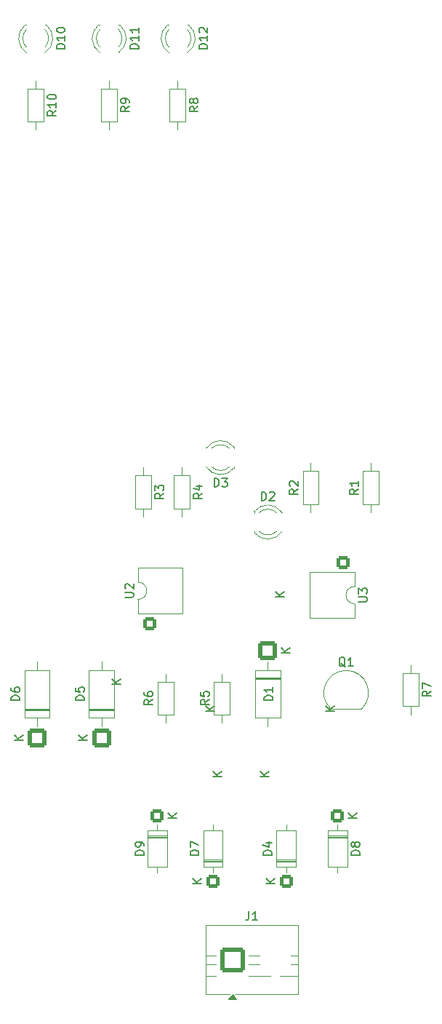
<source format=gto>
G04 #@! TF.GenerationSoftware,KiCad,Pcbnew,9.0.5*
G04 #@! TF.CreationDate,2025-11-23T21:58:28+00:00*
G04 #@! TF.ProjectId,OpenThermShield,4f70656e-5468-4657-926d-536869656c64,rev?*
G04 #@! TF.SameCoordinates,Original*
G04 #@! TF.FileFunction,Legend,Top*
G04 #@! TF.FilePolarity,Positive*
%FSLAX46Y46*%
G04 Gerber Fmt 4.6, Leading zero omitted, Abs format (unit mm)*
G04 Created by KiCad (PCBNEW 9.0.5) date 2025-11-23 21:58:28*
%MOMM*%
%LPD*%
G01*
G04 APERTURE LIST*
G04 Aperture macros list*
%AMRoundRect*
0 Rectangle with rounded corners*
0 $1 Rounding radius*
0 $2 $3 $4 $5 $6 $7 $8 $9 X,Y pos of 4 corners*
0 Add a 4 corners polygon primitive as box body*
4,1,4,$2,$3,$4,$5,$6,$7,$8,$9,$2,$3,0*
0 Add four circle primitives for the rounded corners*
1,1,$1+$1,$2,$3*
1,1,$1+$1,$4,$5*
1,1,$1+$1,$6,$7*
1,1,$1+$1,$8,$9*
0 Add four rect primitives between the rounded corners*
20,1,$1+$1,$2,$3,$4,$5,0*
20,1,$1+$1,$4,$5,$6,$7,0*
20,1,$1+$1,$6,$7,$8,$9,0*
20,1,$1+$1,$8,$9,$2,$3,0*%
G04 Aperture macros list end*
%ADD10C,0.150000*%
%ADD11C,0.120000*%
%ADD12R,1.800000X1.800000*%
%ADD13C,1.800000*%
%ADD14C,1.400000*%
%ADD15RoundRect,0.250000X-0.550000X0.550000X-0.550000X-0.550000X0.550000X-0.550000X0.550000X0.550000X0*%
%ADD16C,1.600000*%
%ADD17RoundRect,0.249999X0.850001X-0.850001X0.850001X0.850001X-0.850001X0.850001X-0.850001X-0.850001X0*%
%ADD18C,2.200000*%
%ADD19RoundRect,0.250000X0.550000X-0.550000X0.550000X0.550000X-0.550000X0.550000X-0.550000X-0.550000X0*%
%ADD20RoundRect,0.249999X-0.850001X0.850001X-0.850001X-0.850001X0.850001X-0.850001X0.850001X0.850001X0*%
%ADD21R,1.050000X1.500000*%
%ADD22O,1.050000X1.500000*%
%ADD23RoundRect,0.250001X-1.149999X-1.149999X1.149999X-1.149999X1.149999X1.149999X-1.149999X1.149999X0*%
%ADD24C,2.800000*%
%ADD25R,2.000000X2.000000*%
%ADD26O,1.600000X2.000000*%
G04 APERTURE END LIST*
D10*
X116654819Y-134071904D02*
X115654819Y-134071904D01*
X116654819Y-133500476D02*
X116083390Y-133929047D01*
X115654819Y-133500476D02*
X116226247Y-134071904D01*
X122154819Y-134071904D02*
X121154819Y-134071904D01*
X122154819Y-133500476D02*
X121583390Y-133929047D01*
X121154819Y-133500476D02*
X121726247Y-134071904D01*
X104854819Y-123341904D02*
X103854819Y-123341904D01*
X104854819Y-122770476D02*
X104283390Y-123199047D01*
X103854819Y-122770476D02*
X104426247Y-123341904D01*
X115754819Y-126451904D02*
X114754819Y-126451904D01*
X115754819Y-125880476D02*
X115183390Y-126309047D01*
X114754819Y-125880476D02*
X115326247Y-126451904D01*
X129754819Y-126451904D02*
X128754819Y-126451904D01*
X129754819Y-125880476D02*
X129183390Y-126309047D01*
X128754819Y-125880476D02*
X129326247Y-126451904D01*
X123924819Y-113181904D02*
X122924819Y-113181904D01*
X123924819Y-112610476D02*
X123353390Y-113039047D01*
X122924819Y-112610476D02*
X123496247Y-113181904D01*
X114974819Y-49444285D02*
X113974819Y-49444285D01*
X113974819Y-49444285D02*
X113974819Y-49206190D01*
X113974819Y-49206190D02*
X114022438Y-49063333D01*
X114022438Y-49063333D02*
X114117676Y-48968095D01*
X114117676Y-48968095D02*
X114212914Y-48920476D01*
X114212914Y-48920476D02*
X114403390Y-48872857D01*
X114403390Y-48872857D02*
X114546247Y-48872857D01*
X114546247Y-48872857D02*
X114736723Y-48920476D01*
X114736723Y-48920476D02*
X114831961Y-48968095D01*
X114831961Y-48968095D02*
X114927200Y-49063333D01*
X114927200Y-49063333D02*
X114974819Y-49206190D01*
X114974819Y-49206190D02*
X114974819Y-49444285D01*
X114974819Y-47920476D02*
X114974819Y-48491904D01*
X114974819Y-48206190D02*
X113974819Y-48206190D01*
X113974819Y-48206190D02*
X114117676Y-48301428D01*
X114117676Y-48301428D02*
X114212914Y-48396666D01*
X114212914Y-48396666D02*
X114260533Y-48491904D01*
X114070057Y-47539523D02*
X114022438Y-47491904D01*
X114022438Y-47491904D02*
X113974819Y-47396666D01*
X113974819Y-47396666D02*
X113974819Y-47158571D01*
X113974819Y-47158571D02*
X114022438Y-47063333D01*
X114022438Y-47063333D02*
X114070057Y-47015714D01*
X114070057Y-47015714D02*
X114165295Y-46968095D01*
X114165295Y-46968095D02*
X114260533Y-46968095D01*
X114260533Y-46968095D02*
X114403390Y-47015714D01*
X114403390Y-47015714D02*
X114974819Y-47587142D01*
X114974819Y-47587142D02*
X114974819Y-46968095D01*
X113874819Y-56166666D02*
X113398628Y-56499999D01*
X113874819Y-56738094D02*
X112874819Y-56738094D01*
X112874819Y-56738094D02*
X112874819Y-56357142D01*
X112874819Y-56357142D02*
X112922438Y-56261904D01*
X112922438Y-56261904D02*
X112970057Y-56214285D01*
X112970057Y-56214285D02*
X113065295Y-56166666D01*
X113065295Y-56166666D02*
X113208152Y-56166666D01*
X113208152Y-56166666D02*
X113303390Y-56214285D01*
X113303390Y-56214285D02*
X113351009Y-56261904D01*
X113351009Y-56261904D02*
X113398628Y-56357142D01*
X113398628Y-56357142D02*
X113398628Y-56738094D01*
X113303390Y-55595237D02*
X113255771Y-55690475D01*
X113255771Y-55690475D02*
X113208152Y-55738094D01*
X113208152Y-55738094D02*
X113112914Y-55785713D01*
X113112914Y-55785713D02*
X113065295Y-55785713D01*
X113065295Y-55785713D02*
X112970057Y-55738094D01*
X112970057Y-55738094D02*
X112922438Y-55690475D01*
X112922438Y-55690475D02*
X112874819Y-55595237D01*
X112874819Y-55595237D02*
X112874819Y-55404761D01*
X112874819Y-55404761D02*
X112922438Y-55309523D01*
X112922438Y-55309523D02*
X112970057Y-55261904D01*
X112970057Y-55261904D02*
X113065295Y-55214285D01*
X113065295Y-55214285D02*
X113112914Y-55214285D01*
X113112914Y-55214285D02*
X113208152Y-55261904D01*
X113208152Y-55261904D02*
X113255771Y-55309523D01*
X113255771Y-55309523D02*
X113303390Y-55404761D01*
X113303390Y-55404761D02*
X113303390Y-55595237D01*
X113303390Y-55595237D02*
X113351009Y-55690475D01*
X113351009Y-55690475D02*
X113398628Y-55738094D01*
X113398628Y-55738094D02*
X113493866Y-55785713D01*
X113493866Y-55785713D02*
X113684342Y-55785713D01*
X113684342Y-55785713D02*
X113779580Y-55738094D01*
X113779580Y-55738094D02*
X113827200Y-55690475D01*
X113827200Y-55690475D02*
X113874819Y-55595237D01*
X113874819Y-55595237D02*
X113874819Y-55404761D01*
X113874819Y-55404761D02*
X113827200Y-55309523D01*
X113827200Y-55309523D02*
X113779580Y-55261904D01*
X113779580Y-55261904D02*
X113684342Y-55214285D01*
X113684342Y-55214285D02*
X113493866Y-55214285D01*
X113493866Y-55214285D02*
X113398628Y-55261904D01*
X113398628Y-55261904D02*
X113351009Y-55309523D01*
X113351009Y-55309523D02*
X113303390Y-55404761D01*
X105874819Y-56166666D02*
X105398628Y-56499999D01*
X105874819Y-56738094D02*
X104874819Y-56738094D01*
X104874819Y-56738094D02*
X104874819Y-56357142D01*
X104874819Y-56357142D02*
X104922438Y-56261904D01*
X104922438Y-56261904D02*
X104970057Y-56214285D01*
X104970057Y-56214285D02*
X105065295Y-56166666D01*
X105065295Y-56166666D02*
X105208152Y-56166666D01*
X105208152Y-56166666D02*
X105303390Y-56214285D01*
X105303390Y-56214285D02*
X105351009Y-56261904D01*
X105351009Y-56261904D02*
X105398628Y-56357142D01*
X105398628Y-56357142D02*
X105398628Y-56738094D01*
X105874819Y-55690475D02*
X105874819Y-55499999D01*
X105874819Y-55499999D02*
X105827200Y-55404761D01*
X105827200Y-55404761D02*
X105779580Y-55357142D01*
X105779580Y-55357142D02*
X105636723Y-55261904D01*
X105636723Y-55261904D02*
X105446247Y-55214285D01*
X105446247Y-55214285D02*
X105065295Y-55214285D01*
X105065295Y-55214285D02*
X104970057Y-55261904D01*
X104970057Y-55261904D02*
X104922438Y-55309523D01*
X104922438Y-55309523D02*
X104874819Y-55404761D01*
X104874819Y-55404761D02*
X104874819Y-55595237D01*
X104874819Y-55595237D02*
X104922438Y-55690475D01*
X104922438Y-55690475D02*
X104970057Y-55738094D01*
X104970057Y-55738094D02*
X105065295Y-55785713D01*
X105065295Y-55785713D02*
X105303390Y-55785713D01*
X105303390Y-55785713D02*
X105398628Y-55738094D01*
X105398628Y-55738094D02*
X105446247Y-55690475D01*
X105446247Y-55690475D02*
X105493866Y-55595237D01*
X105493866Y-55595237D02*
X105493866Y-55404761D01*
X105493866Y-55404761D02*
X105446247Y-55309523D01*
X105446247Y-55309523D02*
X105398628Y-55261904D01*
X105398628Y-55261904D02*
X105303390Y-55214285D01*
X106944819Y-49444285D02*
X105944819Y-49444285D01*
X105944819Y-49444285D02*
X105944819Y-49206190D01*
X105944819Y-49206190D02*
X105992438Y-49063333D01*
X105992438Y-49063333D02*
X106087676Y-48968095D01*
X106087676Y-48968095D02*
X106182914Y-48920476D01*
X106182914Y-48920476D02*
X106373390Y-48872857D01*
X106373390Y-48872857D02*
X106516247Y-48872857D01*
X106516247Y-48872857D02*
X106706723Y-48920476D01*
X106706723Y-48920476D02*
X106801961Y-48968095D01*
X106801961Y-48968095D02*
X106897200Y-49063333D01*
X106897200Y-49063333D02*
X106944819Y-49206190D01*
X106944819Y-49206190D02*
X106944819Y-49444285D01*
X106944819Y-47920476D02*
X106944819Y-48491904D01*
X106944819Y-48206190D02*
X105944819Y-48206190D01*
X105944819Y-48206190D02*
X106087676Y-48301428D01*
X106087676Y-48301428D02*
X106182914Y-48396666D01*
X106182914Y-48396666D02*
X106230533Y-48491904D01*
X106944819Y-46968095D02*
X106944819Y-47539523D01*
X106944819Y-47253809D02*
X105944819Y-47253809D01*
X105944819Y-47253809D02*
X106087676Y-47349047D01*
X106087676Y-47349047D02*
X106182914Y-47444285D01*
X106182914Y-47444285D02*
X106230533Y-47539523D01*
X98384819Y-49444285D02*
X97384819Y-49444285D01*
X97384819Y-49444285D02*
X97384819Y-49206190D01*
X97384819Y-49206190D02*
X97432438Y-49063333D01*
X97432438Y-49063333D02*
X97527676Y-48968095D01*
X97527676Y-48968095D02*
X97622914Y-48920476D01*
X97622914Y-48920476D02*
X97813390Y-48872857D01*
X97813390Y-48872857D02*
X97956247Y-48872857D01*
X97956247Y-48872857D02*
X98146723Y-48920476D01*
X98146723Y-48920476D02*
X98241961Y-48968095D01*
X98241961Y-48968095D02*
X98337200Y-49063333D01*
X98337200Y-49063333D02*
X98384819Y-49206190D01*
X98384819Y-49206190D02*
X98384819Y-49444285D01*
X98384819Y-47920476D02*
X98384819Y-48491904D01*
X98384819Y-48206190D02*
X97384819Y-48206190D01*
X97384819Y-48206190D02*
X97527676Y-48301428D01*
X97527676Y-48301428D02*
X97622914Y-48396666D01*
X97622914Y-48396666D02*
X97670533Y-48491904D01*
X97384819Y-47301428D02*
X97384819Y-47206190D01*
X97384819Y-47206190D02*
X97432438Y-47110952D01*
X97432438Y-47110952D02*
X97480057Y-47063333D01*
X97480057Y-47063333D02*
X97575295Y-47015714D01*
X97575295Y-47015714D02*
X97765771Y-46968095D01*
X97765771Y-46968095D02*
X98003866Y-46968095D01*
X98003866Y-46968095D02*
X98194342Y-47015714D01*
X98194342Y-47015714D02*
X98289580Y-47063333D01*
X98289580Y-47063333D02*
X98337200Y-47110952D01*
X98337200Y-47110952D02*
X98384819Y-47206190D01*
X98384819Y-47206190D02*
X98384819Y-47301428D01*
X98384819Y-47301428D02*
X98337200Y-47396666D01*
X98337200Y-47396666D02*
X98289580Y-47444285D01*
X98289580Y-47444285D02*
X98194342Y-47491904D01*
X98194342Y-47491904D02*
X98003866Y-47539523D01*
X98003866Y-47539523D02*
X97765771Y-47539523D01*
X97765771Y-47539523D02*
X97575295Y-47491904D01*
X97575295Y-47491904D02*
X97480057Y-47444285D01*
X97480057Y-47444285D02*
X97432438Y-47396666D01*
X97432438Y-47396666D02*
X97384819Y-47301428D01*
X121261905Y-101994819D02*
X121261905Y-100994819D01*
X121261905Y-100994819D02*
X121500000Y-100994819D01*
X121500000Y-100994819D02*
X121642857Y-101042438D01*
X121642857Y-101042438D02*
X121738095Y-101137676D01*
X121738095Y-101137676D02*
X121785714Y-101232914D01*
X121785714Y-101232914D02*
X121833333Y-101423390D01*
X121833333Y-101423390D02*
X121833333Y-101566247D01*
X121833333Y-101566247D02*
X121785714Y-101756723D01*
X121785714Y-101756723D02*
X121738095Y-101851961D01*
X121738095Y-101851961D02*
X121642857Y-101947200D01*
X121642857Y-101947200D02*
X121500000Y-101994819D01*
X121500000Y-101994819D02*
X121261905Y-101994819D01*
X122214286Y-101090057D02*
X122261905Y-101042438D01*
X122261905Y-101042438D02*
X122357143Y-100994819D01*
X122357143Y-100994819D02*
X122595238Y-100994819D01*
X122595238Y-100994819D02*
X122690476Y-101042438D01*
X122690476Y-101042438D02*
X122738095Y-101090057D01*
X122738095Y-101090057D02*
X122785714Y-101185295D01*
X122785714Y-101185295D02*
X122785714Y-101280533D01*
X122785714Y-101280533D02*
X122738095Y-101423390D01*
X122738095Y-101423390D02*
X122166667Y-101994819D01*
X122166667Y-101994819D02*
X122785714Y-101994819D01*
X107584819Y-143238094D02*
X106584819Y-143238094D01*
X106584819Y-143238094D02*
X106584819Y-142999999D01*
X106584819Y-142999999D02*
X106632438Y-142857142D01*
X106632438Y-142857142D02*
X106727676Y-142761904D01*
X106727676Y-142761904D02*
X106822914Y-142714285D01*
X106822914Y-142714285D02*
X107013390Y-142666666D01*
X107013390Y-142666666D02*
X107156247Y-142666666D01*
X107156247Y-142666666D02*
X107346723Y-142714285D01*
X107346723Y-142714285D02*
X107441961Y-142761904D01*
X107441961Y-142761904D02*
X107537200Y-142857142D01*
X107537200Y-142857142D02*
X107584819Y-142999999D01*
X107584819Y-142999999D02*
X107584819Y-143238094D01*
X107584819Y-142190475D02*
X107584819Y-141999999D01*
X107584819Y-141999999D02*
X107537200Y-141904761D01*
X107537200Y-141904761D02*
X107489580Y-141857142D01*
X107489580Y-141857142D02*
X107346723Y-141761904D01*
X107346723Y-141761904D02*
X107156247Y-141714285D01*
X107156247Y-141714285D02*
X106775295Y-141714285D01*
X106775295Y-141714285D02*
X106680057Y-141761904D01*
X106680057Y-141761904D02*
X106632438Y-141809523D01*
X106632438Y-141809523D02*
X106584819Y-141904761D01*
X106584819Y-141904761D02*
X106584819Y-142095237D01*
X106584819Y-142095237D02*
X106632438Y-142190475D01*
X106632438Y-142190475D02*
X106680057Y-142238094D01*
X106680057Y-142238094D02*
X106775295Y-142285713D01*
X106775295Y-142285713D02*
X107013390Y-142285713D01*
X107013390Y-142285713D02*
X107108628Y-142238094D01*
X107108628Y-142238094D02*
X107156247Y-142190475D01*
X107156247Y-142190475D02*
X107203866Y-142095237D01*
X107203866Y-142095237D02*
X107203866Y-141904761D01*
X107203866Y-141904761D02*
X107156247Y-141809523D01*
X107156247Y-141809523D02*
X107108628Y-141761904D01*
X107108628Y-141761904D02*
X107013390Y-141714285D01*
X111384819Y-138951904D02*
X110384819Y-138951904D01*
X111384819Y-138380476D02*
X110813390Y-138809047D01*
X110384819Y-138380476D02*
X110956247Y-138951904D01*
X125534819Y-100666666D02*
X125058628Y-100999999D01*
X125534819Y-101238094D02*
X124534819Y-101238094D01*
X124534819Y-101238094D02*
X124534819Y-100857142D01*
X124534819Y-100857142D02*
X124582438Y-100761904D01*
X124582438Y-100761904D02*
X124630057Y-100714285D01*
X124630057Y-100714285D02*
X124725295Y-100666666D01*
X124725295Y-100666666D02*
X124868152Y-100666666D01*
X124868152Y-100666666D02*
X124963390Y-100714285D01*
X124963390Y-100714285D02*
X125011009Y-100761904D01*
X125011009Y-100761904D02*
X125058628Y-100857142D01*
X125058628Y-100857142D02*
X125058628Y-101238094D01*
X124630057Y-100285713D02*
X124582438Y-100238094D01*
X124582438Y-100238094D02*
X124534819Y-100142856D01*
X124534819Y-100142856D02*
X124534819Y-99904761D01*
X124534819Y-99904761D02*
X124582438Y-99809523D01*
X124582438Y-99809523D02*
X124630057Y-99761904D01*
X124630057Y-99761904D02*
X124725295Y-99714285D01*
X124725295Y-99714285D02*
X124820533Y-99714285D01*
X124820533Y-99714285D02*
X124963390Y-99761904D01*
X124963390Y-99761904D02*
X125534819Y-100333332D01*
X125534819Y-100333332D02*
X125534819Y-99714285D01*
X132559819Y-113766904D02*
X133369342Y-113766904D01*
X133369342Y-113766904D02*
X133464580Y-113719285D01*
X133464580Y-113719285D02*
X133512200Y-113671666D01*
X133512200Y-113671666D02*
X133559819Y-113576428D01*
X133559819Y-113576428D02*
X133559819Y-113385952D01*
X133559819Y-113385952D02*
X133512200Y-113290714D01*
X133512200Y-113290714D02*
X133464580Y-113243095D01*
X133464580Y-113243095D02*
X133369342Y-113195476D01*
X133369342Y-113195476D02*
X132559819Y-113195476D01*
X132559819Y-112814523D02*
X132559819Y-112195476D01*
X132559819Y-112195476D02*
X132940771Y-112528809D01*
X132940771Y-112528809D02*
X132940771Y-112385952D01*
X132940771Y-112385952D02*
X132988390Y-112290714D01*
X132988390Y-112290714D02*
X133036009Y-112243095D01*
X133036009Y-112243095D02*
X133131247Y-112195476D01*
X133131247Y-112195476D02*
X133369342Y-112195476D01*
X133369342Y-112195476D02*
X133464580Y-112243095D01*
X133464580Y-112243095D02*
X133512200Y-112290714D01*
X133512200Y-112290714D02*
X133559819Y-112385952D01*
X133559819Y-112385952D02*
X133559819Y-112671666D01*
X133559819Y-112671666D02*
X133512200Y-112766904D01*
X133512200Y-112766904D02*
X133464580Y-112814523D01*
X109874819Y-101166666D02*
X109398628Y-101499999D01*
X109874819Y-101738094D02*
X108874819Y-101738094D01*
X108874819Y-101738094D02*
X108874819Y-101357142D01*
X108874819Y-101357142D02*
X108922438Y-101261904D01*
X108922438Y-101261904D02*
X108970057Y-101214285D01*
X108970057Y-101214285D02*
X109065295Y-101166666D01*
X109065295Y-101166666D02*
X109208152Y-101166666D01*
X109208152Y-101166666D02*
X109303390Y-101214285D01*
X109303390Y-101214285D02*
X109351009Y-101261904D01*
X109351009Y-101261904D02*
X109398628Y-101357142D01*
X109398628Y-101357142D02*
X109398628Y-101738094D01*
X108874819Y-100833332D02*
X108874819Y-100214285D01*
X108874819Y-100214285D02*
X109255771Y-100547618D01*
X109255771Y-100547618D02*
X109255771Y-100404761D01*
X109255771Y-100404761D02*
X109303390Y-100309523D01*
X109303390Y-100309523D02*
X109351009Y-100261904D01*
X109351009Y-100261904D02*
X109446247Y-100214285D01*
X109446247Y-100214285D02*
X109684342Y-100214285D01*
X109684342Y-100214285D02*
X109779580Y-100261904D01*
X109779580Y-100261904D02*
X109827200Y-100309523D01*
X109827200Y-100309523D02*
X109874819Y-100404761D01*
X109874819Y-100404761D02*
X109874819Y-100690475D01*
X109874819Y-100690475D02*
X109827200Y-100785713D01*
X109827200Y-100785713D02*
X109779580Y-100833332D01*
X132534819Y-100666666D02*
X132058628Y-100999999D01*
X132534819Y-101238094D02*
X131534819Y-101238094D01*
X131534819Y-101238094D02*
X131534819Y-100857142D01*
X131534819Y-100857142D02*
X131582438Y-100761904D01*
X131582438Y-100761904D02*
X131630057Y-100714285D01*
X131630057Y-100714285D02*
X131725295Y-100666666D01*
X131725295Y-100666666D02*
X131868152Y-100666666D01*
X131868152Y-100666666D02*
X131963390Y-100714285D01*
X131963390Y-100714285D02*
X132011009Y-100761904D01*
X132011009Y-100761904D02*
X132058628Y-100857142D01*
X132058628Y-100857142D02*
X132058628Y-101238094D01*
X132534819Y-99714285D02*
X132534819Y-100285713D01*
X132534819Y-99999999D02*
X131534819Y-99999999D01*
X131534819Y-99999999D02*
X131677676Y-100095237D01*
X131677676Y-100095237D02*
X131772914Y-100190475D01*
X131772914Y-100190475D02*
X131820533Y-100285713D01*
X114374819Y-101166666D02*
X113898628Y-101499999D01*
X114374819Y-101738094D02*
X113374819Y-101738094D01*
X113374819Y-101738094D02*
X113374819Y-101357142D01*
X113374819Y-101357142D02*
X113422438Y-101261904D01*
X113422438Y-101261904D02*
X113470057Y-101214285D01*
X113470057Y-101214285D02*
X113565295Y-101166666D01*
X113565295Y-101166666D02*
X113708152Y-101166666D01*
X113708152Y-101166666D02*
X113803390Y-101214285D01*
X113803390Y-101214285D02*
X113851009Y-101261904D01*
X113851009Y-101261904D02*
X113898628Y-101357142D01*
X113898628Y-101357142D02*
X113898628Y-101738094D01*
X113708152Y-100309523D02*
X114374819Y-100309523D01*
X113327200Y-100547618D02*
X114041485Y-100785713D01*
X114041485Y-100785713D02*
X114041485Y-100166666D01*
X93114819Y-125238094D02*
X92114819Y-125238094D01*
X92114819Y-125238094D02*
X92114819Y-124999999D01*
X92114819Y-124999999D02*
X92162438Y-124857142D01*
X92162438Y-124857142D02*
X92257676Y-124761904D01*
X92257676Y-124761904D02*
X92352914Y-124714285D01*
X92352914Y-124714285D02*
X92543390Y-124666666D01*
X92543390Y-124666666D02*
X92686247Y-124666666D01*
X92686247Y-124666666D02*
X92876723Y-124714285D01*
X92876723Y-124714285D02*
X92971961Y-124761904D01*
X92971961Y-124761904D02*
X93067200Y-124857142D01*
X93067200Y-124857142D02*
X93114819Y-124999999D01*
X93114819Y-124999999D02*
X93114819Y-125238094D01*
X92114819Y-123809523D02*
X92114819Y-123999999D01*
X92114819Y-123999999D02*
X92162438Y-124095237D01*
X92162438Y-124095237D02*
X92210057Y-124142856D01*
X92210057Y-124142856D02*
X92352914Y-124238094D01*
X92352914Y-124238094D02*
X92543390Y-124285713D01*
X92543390Y-124285713D02*
X92924342Y-124285713D01*
X92924342Y-124285713D02*
X93019580Y-124238094D01*
X93019580Y-124238094D02*
X93067200Y-124190475D01*
X93067200Y-124190475D02*
X93114819Y-124095237D01*
X93114819Y-124095237D02*
X93114819Y-123904761D01*
X93114819Y-123904761D02*
X93067200Y-123809523D01*
X93067200Y-123809523D02*
X93019580Y-123761904D01*
X93019580Y-123761904D02*
X92924342Y-123714285D01*
X92924342Y-123714285D02*
X92686247Y-123714285D01*
X92686247Y-123714285D02*
X92591009Y-123761904D01*
X92591009Y-123761904D02*
X92543390Y-123809523D01*
X92543390Y-123809523D02*
X92495771Y-123904761D01*
X92495771Y-123904761D02*
X92495771Y-124095237D01*
X92495771Y-124095237D02*
X92543390Y-124190475D01*
X92543390Y-124190475D02*
X92591009Y-124238094D01*
X92591009Y-124238094D02*
X92686247Y-124285713D01*
X93484819Y-129841904D02*
X92484819Y-129841904D01*
X93484819Y-129270476D02*
X92913390Y-129699047D01*
X92484819Y-129270476D02*
X93056247Y-129841904D01*
X105349819Y-113256904D02*
X106159342Y-113256904D01*
X106159342Y-113256904D02*
X106254580Y-113209285D01*
X106254580Y-113209285D02*
X106302200Y-113161666D01*
X106302200Y-113161666D02*
X106349819Y-113066428D01*
X106349819Y-113066428D02*
X106349819Y-112875952D01*
X106349819Y-112875952D02*
X106302200Y-112780714D01*
X106302200Y-112780714D02*
X106254580Y-112733095D01*
X106254580Y-112733095D02*
X106159342Y-112685476D01*
X106159342Y-112685476D02*
X105349819Y-112685476D01*
X105445057Y-112256904D02*
X105397438Y-112209285D01*
X105397438Y-112209285D02*
X105349819Y-112114047D01*
X105349819Y-112114047D02*
X105349819Y-111875952D01*
X105349819Y-111875952D02*
X105397438Y-111780714D01*
X105397438Y-111780714D02*
X105445057Y-111733095D01*
X105445057Y-111733095D02*
X105540295Y-111685476D01*
X105540295Y-111685476D02*
X105635533Y-111685476D01*
X105635533Y-111685476D02*
X105778390Y-111733095D01*
X105778390Y-111733095D02*
X106349819Y-112304523D01*
X106349819Y-112304523D02*
X106349819Y-111685476D01*
X97344819Y-56642857D02*
X96868628Y-56976190D01*
X97344819Y-57214285D02*
X96344819Y-57214285D01*
X96344819Y-57214285D02*
X96344819Y-56833333D01*
X96344819Y-56833333D02*
X96392438Y-56738095D01*
X96392438Y-56738095D02*
X96440057Y-56690476D01*
X96440057Y-56690476D02*
X96535295Y-56642857D01*
X96535295Y-56642857D02*
X96678152Y-56642857D01*
X96678152Y-56642857D02*
X96773390Y-56690476D01*
X96773390Y-56690476D02*
X96821009Y-56738095D01*
X96821009Y-56738095D02*
X96868628Y-56833333D01*
X96868628Y-56833333D02*
X96868628Y-57214285D01*
X97344819Y-55690476D02*
X97344819Y-56261904D01*
X97344819Y-55976190D02*
X96344819Y-55976190D01*
X96344819Y-55976190D02*
X96487676Y-56071428D01*
X96487676Y-56071428D02*
X96582914Y-56166666D01*
X96582914Y-56166666D02*
X96630533Y-56261904D01*
X96344819Y-55071428D02*
X96344819Y-54976190D01*
X96344819Y-54976190D02*
X96392438Y-54880952D01*
X96392438Y-54880952D02*
X96440057Y-54833333D01*
X96440057Y-54833333D02*
X96535295Y-54785714D01*
X96535295Y-54785714D02*
X96725771Y-54738095D01*
X96725771Y-54738095D02*
X96963866Y-54738095D01*
X96963866Y-54738095D02*
X97154342Y-54785714D01*
X97154342Y-54785714D02*
X97249580Y-54833333D01*
X97249580Y-54833333D02*
X97297200Y-54880952D01*
X97297200Y-54880952D02*
X97344819Y-54976190D01*
X97344819Y-54976190D02*
X97344819Y-55071428D01*
X97344819Y-55071428D02*
X97297200Y-55166666D01*
X97297200Y-55166666D02*
X97249580Y-55214285D01*
X97249580Y-55214285D02*
X97154342Y-55261904D01*
X97154342Y-55261904D02*
X96963866Y-55309523D01*
X96963866Y-55309523D02*
X96725771Y-55309523D01*
X96725771Y-55309523D02*
X96535295Y-55261904D01*
X96535295Y-55261904D02*
X96440057Y-55214285D01*
X96440057Y-55214285D02*
X96392438Y-55166666D01*
X96392438Y-55166666D02*
X96344819Y-55071428D01*
X141004819Y-124166666D02*
X140528628Y-124499999D01*
X141004819Y-124738094D02*
X140004819Y-124738094D01*
X140004819Y-124738094D02*
X140004819Y-124357142D01*
X140004819Y-124357142D02*
X140052438Y-124261904D01*
X140052438Y-124261904D02*
X140100057Y-124214285D01*
X140100057Y-124214285D02*
X140195295Y-124166666D01*
X140195295Y-124166666D02*
X140338152Y-124166666D01*
X140338152Y-124166666D02*
X140433390Y-124214285D01*
X140433390Y-124214285D02*
X140481009Y-124261904D01*
X140481009Y-124261904D02*
X140528628Y-124357142D01*
X140528628Y-124357142D02*
X140528628Y-124738094D01*
X140004819Y-123833332D02*
X140004819Y-123166666D01*
X140004819Y-123166666D02*
X141004819Y-123595237D01*
X122584819Y-125238094D02*
X121584819Y-125238094D01*
X121584819Y-125238094D02*
X121584819Y-124999999D01*
X121584819Y-124999999D02*
X121632438Y-124857142D01*
X121632438Y-124857142D02*
X121727676Y-124761904D01*
X121727676Y-124761904D02*
X121822914Y-124714285D01*
X121822914Y-124714285D02*
X122013390Y-124666666D01*
X122013390Y-124666666D02*
X122156247Y-124666666D01*
X122156247Y-124666666D02*
X122346723Y-124714285D01*
X122346723Y-124714285D02*
X122441961Y-124761904D01*
X122441961Y-124761904D02*
X122537200Y-124857142D01*
X122537200Y-124857142D02*
X122584819Y-124999999D01*
X122584819Y-124999999D02*
X122584819Y-125238094D01*
X122584819Y-123714285D02*
X122584819Y-124285713D01*
X122584819Y-123999999D02*
X121584819Y-123999999D01*
X121584819Y-123999999D02*
X121727676Y-124095237D01*
X121727676Y-124095237D02*
X121822914Y-124190475D01*
X121822914Y-124190475D02*
X121870533Y-124285713D01*
X124554819Y-119681904D02*
X123554819Y-119681904D01*
X124554819Y-119110476D02*
X123983390Y-119539047D01*
X123554819Y-119110476D02*
X124126247Y-119681904D01*
X131034761Y-121350057D02*
X130939523Y-121302438D01*
X130939523Y-121302438D02*
X130844285Y-121207200D01*
X130844285Y-121207200D02*
X130701428Y-121064342D01*
X130701428Y-121064342D02*
X130606190Y-121016723D01*
X130606190Y-121016723D02*
X130510952Y-121016723D01*
X130558571Y-121254819D02*
X130463333Y-121207200D01*
X130463333Y-121207200D02*
X130368095Y-121111961D01*
X130368095Y-121111961D02*
X130320476Y-120921485D01*
X130320476Y-120921485D02*
X130320476Y-120588152D01*
X130320476Y-120588152D02*
X130368095Y-120397676D01*
X130368095Y-120397676D02*
X130463333Y-120302438D01*
X130463333Y-120302438D02*
X130558571Y-120254819D01*
X130558571Y-120254819D02*
X130749047Y-120254819D01*
X130749047Y-120254819D02*
X130844285Y-120302438D01*
X130844285Y-120302438D02*
X130939523Y-120397676D01*
X130939523Y-120397676D02*
X130987142Y-120588152D01*
X130987142Y-120588152D02*
X130987142Y-120921485D01*
X130987142Y-120921485D02*
X130939523Y-121111961D01*
X130939523Y-121111961D02*
X130844285Y-121207200D01*
X130844285Y-121207200D02*
X130749047Y-121254819D01*
X130749047Y-121254819D02*
X130558571Y-121254819D01*
X131939523Y-121254819D02*
X131368095Y-121254819D01*
X131653809Y-121254819D02*
X131653809Y-120254819D01*
X131653809Y-120254819D02*
X131558571Y-120397676D01*
X131558571Y-120397676D02*
X131463333Y-120492914D01*
X131463333Y-120492914D02*
X131368095Y-120540533D01*
X122464819Y-143238094D02*
X121464819Y-143238094D01*
X121464819Y-143238094D02*
X121464819Y-142999999D01*
X121464819Y-142999999D02*
X121512438Y-142857142D01*
X121512438Y-142857142D02*
X121607676Y-142761904D01*
X121607676Y-142761904D02*
X121702914Y-142714285D01*
X121702914Y-142714285D02*
X121893390Y-142666666D01*
X121893390Y-142666666D02*
X122036247Y-142666666D01*
X122036247Y-142666666D02*
X122226723Y-142714285D01*
X122226723Y-142714285D02*
X122321961Y-142761904D01*
X122321961Y-142761904D02*
X122417200Y-142857142D01*
X122417200Y-142857142D02*
X122464819Y-142999999D01*
X122464819Y-142999999D02*
X122464819Y-143238094D01*
X121798152Y-141809523D02*
X122464819Y-141809523D01*
X121417200Y-142047618D02*
X122131485Y-142285713D01*
X122131485Y-142285713D02*
X122131485Y-141666666D01*
X122784819Y-146571904D02*
X121784819Y-146571904D01*
X122784819Y-146000476D02*
X122213390Y-146429047D01*
X121784819Y-146000476D02*
X122356247Y-146571904D01*
X108584819Y-125166666D02*
X108108628Y-125499999D01*
X108584819Y-125738094D02*
X107584819Y-125738094D01*
X107584819Y-125738094D02*
X107584819Y-125357142D01*
X107584819Y-125357142D02*
X107632438Y-125261904D01*
X107632438Y-125261904D02*
X107680057Y-125214285D01*
X107680057Y-125214285D02*
X107775295Y-125166666D01*
X107775295Y-125166666D02*
X107918152Y-125166666D01*
X107918152Y-125166666D02*
X108013390Y-125214285D01*
X108013390Y-125214285D02*
X108061009Y-125261904D01*
X108061009Y-125261904D02*
X108108628Y-125357142D01*
X108108628Y-125357142D02*
X108108628Y-125738094D01*
X107584819Y-124309523D02*
X107584819Y-124499999D01*
X107584819Y-124499999D02*
X107632438Y-124595237D01*
X107632438Y-124595237D02*
X107680057Y-124642856D01*
X107680057Y-124642856D02*
X107822914Y-124738094D01*
X107822914Y-124738094D02*
X108013390Y-124785713D01*
X108013390Y-124785713D02*
X108394342Y-124785713D01*
X108394342Y-124785713D02*
X108489580Y-124738094D01*
X108489580Y-124738094D02*
X108537200Y-124690475D01*
X108537200Y-124690475D02*
X108584819Y-124595237D01*
X108584819Y-124595237D02*
X108584819Y-124404761D01*
X108584819Y-124404761D02*
X108537200Y-124309523D01*
X108537200Y-124309523D02*
X108489580Y-124261904D01*
X108489580Y-124261904D02*
X108394342Y-124214285D01*
X108394342Y-124214285D02*
X108156247Y-124214285D01*
X108156247Y-124214285D02*
X108061009Y-124261904D01*
X108061009Y-124261904D02*
X108013390Y-124309523D01*
X108013390Y-124309523D02*
X107965771Y-124404761D01*
X107965771Y-124404761D02*
X107965771Y-124595237D01*
X107965771Y-124595237D02*
X108013390Y-124690475D01*
X108013390Y-124690475D02*
X108061009Y-124738094D01*
X108061009Y-124738094D02*
X108156247Y-124785713D01*
X115164819Y-125166666D02*
X114688628Y-125499999D01*
X115164819Y-125738094D02*
X114164819Y-125738094D01*
X114164819Y-125738094D02*
X114164819Y-125357142D01*
X114164819Y-125357142D02*
X114212438Y-125261904D01*
X114212438Y-125261904D02*
X114260057Y-125214285D01*
X114260057Y-125214285D02*
X114355295Y-125166666D01*
X114355295Y-125166666D02*
X114498152Y-125166666D01*
X114498152Y-125166666D02*
X114593390Y-125214285D01*
X114593390Y-125214285D02*
X114641009Y-125261904D01*
X114641009Y-125261904D02*
X114688628Y-125357142D01*
X114688628Y-125357142D02*
X114688628Y-125738094D01*
X114164819Y-124261904D02*
X114164819Y-124738094D01*
X114164819Y-124738094D02*
X114641009Y-124785713D01*
X114641009Y-124785713D02*
X114593390Y-124738094D01*
X114593390Y-124738094D02*
X114545771Y-124642856D01*
X114545771Y-124642856D02*
X114545771Y-124404761D01*
X114545771Y-124404761D02*
X114593390Y-124309523D01*
X114593390Y-124309523D02*
X114641009Y-124261904D01*
X114641009Y-124261904D02*
X114736247Y-124214285D01*
X114736247Y-124214285D02*
X114974342Y-124214285D01*
X114974342Y-124214285D02*
X115069580Y-124261904D01*
X115069580Y-124261904D02*
X115117200Y-124309523D01*
X115117200Y-124309523D02*
X115164819Y-124404761D01*
X115164819Y-124404761D02*
X115164819Y-124642856D01*
X115164819Y-124642856D02*
X115117200Y-124738094D01*
X115117200Y-124738094D02*
X115069580Y-124785713D01*
X132704819Y-143238094D02*
X131704819Y-143238094D01*
X131704819Y-143238094D02*
X131704819Y-142999999D01*
X131704819Y-142999999D02*
X131752438Y-142857142D01*
X131752438Y-142857142D02*
X131847676Y-142761904D01*
X131847676Y-142761904D02*
X131942914Y-142714285D01*
X131942914Y-142714285D02*
X132133390Y-142666666D01*
X132133390Y-142666666D02*
X132276247Y-142666666D01*
X132276247Y-142666666D02*
X132466723Y-142714285D01*
X132466723Y-142714285D02*
X132561961Y-142761904D01*
X132561961Y-142761904D02*
X132657200Y-142857142D01*
X132657200Y-142857142D02*
X132704819Y-142999999D01*
X132704819Y-142999999D02*
X132704819Y-143238094D01*
X132133390Y-142095237D02*
X132085771Y-142190475D01*
X132085771Y-142190475D02*
X132038152Y-142238094D01*
X132038152Y-142238094D02*
X131942914Y-142285713D01*
X131942914Y-142285713D02*
X131895295Y-142285713D01*
X131895295Y-142285713D02*
X131800057Y-142238094D01*
X131800057Y-142238094D02*
X131752438Y-142190475D01*
X131752438Y-142190475D02*
X131704819Y-142095237D01*
X131704819Y-142095237D02*
X131704819Y-141904761D01*
X131704819Y-141904761D02*
X131752438Y-141809523D01*
X131752438Y-141809523D02*
X131800057Y-141761904D01*
X131800057Y-141761904D02*
X131895295Y-141714285D01*
X131895295Y-141714285D02*
X131942914Y-141714285D01*
X131942914Y-141714285D02*
X132038152Y-141761904D01*
X132038152Y-141761904D02*
X132085771Y-141809523D01*
X132085771Y-141809523D02*
X132133390Y-141904761D01*
X132133390Y-141904761D02*
X132133390Y-142095237D01*
X132133390Y-142095237D02*
X132181009Y-142190475D01*
X132181009Y-142190475D02*
X132228628Y-142238094D01*
X132228628Y-142238094D02*
X132323866Y-142285713D01*
X132323866Y-142285713D02*
X132514342Y-142285713D01*
X132514342Y-142285713D02*
X132609580Y-142238094D01*
X132609580Y-142238094D02*
X132657200Y-142190475D01*
X132657200Y-142190475D02*
X132704819Y-142095237D01*
X132704819Y-142095237D02*
X132704819Y-141904761D01*
X132704819Y-141904761D02*
X132657200Y-141809523D01*
X132657200Y-141809523D02*
X132609580Y-141761904D01*
X132609580Y-141761904D02*
X132514342Y-141714285D01*
X132514342Y-141714285D02*
X132323866Y-141714285D01*
X132323866Y-141714285D02*
X132228628Y-141761904D01*
X132228628Y-141761904D02*
X132181009Y-141809523D01*
X132181009Y-141809523D02*
X132133390Y-141904761D01*
X132384819Y-138951904D02*
X131384819Y-138951904D01*
X132384819Y-138380476D02*
X131813390Y-138809047D01*
X131384819Y-138380476D02*
X131956247Y-138951904D01*
X113964819Y-143238094D02*
X112964819Y-143238094D01*
X112964819Y-143238094D02*
X112964819Y-142999999D01*
X112964819Y-142999999D02*
X113012438Y-142857142D01*
X113012438Y-142857142D02*
X113107676Y-142761904D01*
X113107676Y-142761904D02*
X113202914Y-142714285D01*
X113202914Y-142714285D02*
X113393390Y-142666666D01*
X113393390Y-142666666D02*
X113536247Y-142666666D01*
X113536247Y-142666666D02*
X113726723Y-142714285D01*
X113726723Y-142714285D02*
X113821961Y-142761904D01*
X113821961Y-142761904D02*
X113917200Y-142857142D01*
X113917200Y-142857142D02*
X113964819Y-142999999D01*
X113964819Y-142999999D02*
X113964819Y-143238094D01*
X112964819Y-142333332D02*
X112964819Y-141666666D01*
X112964819Y-141666666D02*
X113964819Y-142095237D01*
X114284819Y-146571904D02*
X113284819Y-146571904D01*
X114284819Y-146000476D02*
X113713390Y-146429047D01*
X113284819Y-146000476D02*
X113856247Y-146571904D01*
X100614819Y-125238094D02*
X99614819Y-125238094D01*
X99614819Y-125238094D02*
X99614819Y-124999999D01*
X99614819Y-124999999D02*
X99662438Y-124857142D01*
X99662438Y-124857142D02*
X99757676Y-124761904D01*
X99757676Y-124761904D02*
X99852914Y-124714285D01*
X99852914Y-124714285D02*
X100043390Y-124666666D01*
X100043390Y-124666666D02*
X100186247Y-124666666D01*
X100186247Y-124666666D02*
X100376723Y-124714285D01*
X100376723Y-124714285D02*
X100471961Y-124761904D01*
X100471961Y-124761904D02*
X100567200Y-124857142D01*
X100567200Y-124857142D02*
X100614819Y-124999999D01*
X100614819Y-124999999D02*
X100614819Y-125238094D01*
X99614819Y-123761904D02*
X99614819Y-124238094D01*
X99614819Y-124238094D02*
X100091009Y-124285713D01*
X100091009Y-124285713D02*
X100043390Y-124238094D01*
X100043390Y-124238094D02*
X99995771Y-124142856D01*
X99995771Y-124142856D02*
X99995771Y-123904761D01*
X99995771Y-123904761D02*
X100043390Y-123809523D01*
X100043390Y-123809523D02*
X100091009Y-123761904D01*
X100091009Y-123761904D02*
X100186247Y-123714285D01*
X100186247Y-123714285D02*
X100424342Y-123714285D01*
X100424342Y-123714285D02*
X100519580Y-123761904D01*
X100519580Y-123761904D02*
X100567200Y-123809523D01*
X100567200Y-123809523D02*
X100614819Y-123904761D01*
X100614819Y-123904761D02*
X100614819Y-124142856D01*
X100614819Y-124142856D02*
X100567200Y-124238094D01*
X100567200Y-124238094D02*
X100519580Y-124285713D01*
X100984819Y-129841904D02*
X99984819Y-129841904D01*
X100984819Y-129270476D02*
X100413390Y-129699047D01*
X99984819Y-129270476D02*
X100556247Y-129841904D01*
X115761905Y-100414819D02*
X115761905Y-99414819D01*
X115761905Y-99414819D02*
X116000000Y-99414819D01*
X116000000Y-99414819D02*
X116142857Y-99462438D01*
X116142857Y-99462438D02*
X116238095Y-99557676D01*
X116238095Y-99557676D02*
X116285714Y-99652914D01*
X116285714Y-99652914D02*
X116333333Y-99843390D01*
X116333333Y-99843390D02*
X116333333Y-99986247D01*
X116333333Y-99986247D02*
X116285714Y-100176723D01*
X116285714Y-100176723D02*
X116238095Y-100271961D01*
X116238095Y-100271961D02*
X116142857Y-100367200D01*
X116142857Y-100367200D02*
X116000000Y-100414819D01*
X116000000Y-100414819D02*
X115761905Y-100414819D01*
X116666667Y-99414819D02*
X117285714Y-99414819D01*
X117285714Y-99414819D02*
X116952381Y-99795771D01*
X116952381Y-99795771D02*
X117095238Y-99795771D01*
X117095238Y-99795771D02*
X117190476Y-99843390D01*
X117190476Y-99843390D02*
X117238095Y-99891009D01*
X117238095Y-99891009D02*
X117285714Y-99986247D01*
X117285714Y-99986247D02*
X117285714Y-100224342D01*
X117285714Y-100224342D02*
X117238095Y-100319580D01*
X117238095Y-100319580D02*
X117190476Y-100367200D01*
X117190476Y-100367200D02*
X117095238Y-100414819D01*
X117095238Y-100414819D02*
X116809524Y-100414819D01*
X116809524Y-100414819D02*
X116714286Y-100367200D01*
X116714286Y-100367200D02*
X116666667Y-100319580D01*
X119796666Y-149802319D02*
X119796666Y-150516604D01*
X119796666Y-150516604D02*
X119749047Y-150659461D01*
X119749047Y-150659461D02*
X119653809Y-150754700D01*
X119653809Y-150754700D02*
X119510952Y-150802319D01*
X119510952Y-150802319D02*
X119415714Y-150802319D01*
X120796666Y-150802319D02*
X120225238Y-150802319D01*
X120510952Y-150802319D02*
X120510952Y-149802319D01*
X120510952Y-149802319D02*
X120415714Y-149945176D01*
X120415714Y-149945176D02*
X120320476Y-150040414D01*
X120320476Y-150040414D02*
X120225238Y-150088033D01*
D11*
G04 #@! TO.C,D12*
X110480000Y-46670000D02*
X110324000Y-46670000D01*
X112796000Y-46670000D02*
X112640000Y-46670000D01*
X110480000Y-49270961D02*
G75*
G02*
X110480000Y-47189039I1080000J1040961D01*
G01*
X110480000Y-49901437D02*
G75*
G02*
X110324484Y-46670000I1080000J1671437D01*
G01*
X112640000Y-47189039D02*
G75*
G02*
X112640000Y-49270961I-1080000J-1040961D01*
G01*
X112795516Y-46670000D02*
G75*
G02*
X112640000Y-49901437I-1235516J-1560000D01*
G01*
G04 #@! TO.C,R8*
X111500000Y-53130000D02*
X111500000Y-54080000D01*
X111500000Y-58870000D02*
X111500000Y-57920000D01*
X112420000Y-54080000D02*
X110580000Y-54080000D01*
X110580000Y-57920000D01*
X112420000Y-57920000D01*
X112420000Y-54080000D01*
G04 #@! TO.C,R9*
X104420000Y-54080000D02*
X102580000Y-54080000D01*
X102580000Y-57920000D01*
X104420000Y-57920000D01*
X104420000Y-54080000D01*
X103500000Y-58870000D02*
X103500000Y-57920000D01*
X103500000Y-53130000D02*
X103500000Y-54080000D01*
G04 #@! TO.C,D11*
X104765516Y-46670000D02*
G75*
G02*
X104610000Y-49901437I-1235516J-1560000D01*
G01*
X104610000Y-47189039D02*
G75*
G02*
X104610000Y-49270961I-1080000J-1040961D01*
G01*
X102450000Y-49901437D02*
G75*
G02*
X102294484Y-46670000I1080000J1671437D01*
G01*
X102450000Y-49270961D02*
G75*
G02*
X102450000Y-47189039I1080000J1040961D01*
G01*
X104766000Y-46670000D02*
X104610000Y-46670000D01*
X102450000Y-46670000D02*
X102294000Y-46670000D01*
G04 #@! TO.C,D10*
X93890000Y-46670000D02*
X93734000Y-46670000D01*
X96206000Y-46670000D02*
X96050000Y-46670000D01*
X93890000Y-49270961D02*
G75*
G02*
X93890000Y-47189039I1080000J1040961D01*
G01*
X93890000Y-49901437D02*
G75*
G02*
X93734484Y-46670000I1080000J1671437D01*
G01*
X96050000Y-47189039D02*
G75*
G02*
X96050000Y-49270961I-1080000J-1040961D01*
G01*
X96205516Y-46670000D02*
G75*
G02*
X96050000Y-49901437I-1235516J-1560000D01*
G01*
G04 #@! TO.C,D2*
X120440000Y-103264000D02*
X120440000Y-103420000D01*
X120440000Y-105580000D02*
X120440000Y-105736000D01*
X120440000Y-103264484D02*
G75*
G02*
X123671437Y-103420000I1560000J-1235516D01*
G01*
X120959039Y-103420000D02*
G75*
G02*
X123040961Y-103420000I1040961J-1080000D01*
G01*
X123040961Y-105580000D02*
G75*
G02*
X120959039Y-105580000I-1040961J1080000D01*
G01*
X123671437Y-105580000D02*
G75*
G02*
X120440000Y-105735516I-1671437J1080000D01*
G01*
G04 #@! TO.C,D9*
X109130000Y-139730000D02*
X109130000Y-140380000D01*
X109130000Y-145270000D02*
X109130000Y-144620000D01*
X110250000Y-140980000D02*
X108010000Y-140980000D01*
X110250000Y-141100000D02*
X108010000Y-141100000D01*
X110250000Y-141220000D02*
X108010000Y-141220000D01*
X110250000Y-140380000D02*
X108010000Y-140380000D01*
X108010000Y-144620000D01*
X110250000Y-144620000D01*
X110250000Y-140380000D01*
G04 #@! TO.C,R2*
X127000000Y-97630000D02*
X127000000Y-98580000D01*
X127000000Y-103370000D02*
X127000000Y-102420000D01*
X126080000Y-102420000D02*
X127920000Y-102420000D01*
X127920000Y-98580000D01*
X126080000Y-98580000D01*
X126080000Y-102420000D01*
G04 #@! TO.C,U3*
X126905000Y-110355000D02*
X126905000Y-115655000D01*
X126905000Y-115655000D02*
X132105000Y-115655000D01*
X132105000Y-110355000D02*
X126905000Y-110355000D01*
X132105000Y-112005000D02*
X132105000Y-110355000D01*
X132105000Y-115655000D02*
X132105000Y-114005000D01*
X132105000Y-114005000D02*
G75*
G02*
X132105000Y-112005000I0J1000000D01*
G01*
G04 #@! TO.C,R3*
X107500000Y-98130000D02*
X107500000Y-99080000D01*
X107500000Y-103870000D02*
X107500000Y-102920000D01*
X108420000Y-99080000D02*
X106580000Y-99080000D01*
X106580000Y-102920000D01*
X108420000Y-102920000D01*
X108420000Y-99080000D01*
G04 #@! TO.C,R1*
X134000000Y-97630000D02*
X134000000Y-98580000D01*
X134000000Y-103370000D02*
X134000000Y-102420000D01*
X133080000Y-102420000D02*
X134920000Y-102420000D01*
X134920000Y-98580000D01*
X133080000Y-98580000D01*
X133080000Y-102420000D01*
G04 #@! TO.C,R4*
X112000000Y-98130000D02*
X112000000Y-99080000D01*
X112000000Y-103870000D02*
X112000000Y-102920000D01*
X112920000Y-99080000D02*
X111080000Y-99080000D01*
X111080000Y-102920000D01*
X112920000Y-102920000D01*
X112920000Y-99080000D01*
G04 #@! TO.C,D6*
X93660000Y-126200000D02*
X96600000Y-126200000D01*
X93660000Y-126320000D02*
X96600000Y-126320000D01*
X93660000Y-126440000D02*
X96600000Y-126440000D01*
X95130000Y-120760000D02*
X95130000Y-121780000D01*
X95130000Y-128240000D02*
X95130000Y-127220000D01*
X93660000Y-127220000D02*
X96600000Y-127220000D01*
X96600000Y-121780000D01*
X93660000Y-121780000D01*
X93660000Y-127220000D01*
G04 #@! TO.C,U2*
X106895000Y-109845000D02*
X106895000Y-111495000D01*
X106895000Y-113495000D02*
X106895000Y-115145000D01*
X106895000Y-115145000D02*
X112095000Y-115145000D01*
X112095000Y-109845000D02*
X106895000Y-109845000D01*
X112095000Y-115145000D02*
X112095000Y-109845000D01*
X106895000Y-111495000D02*
G75*
G02*
X106895000Y-113495000I0J-1000000D01*
G01*
G04 #@! TO.C,R10*
X94970000Y-53130000D02*
X94970000Y-54080000D01*
X94970000Y-58870000D02*
X94970000Y-57920000D01*
X95890000Y-54080000D02*
X94050000Y-54080000D01*
X94050000Y-57920000D01*
X95890000Y-57920000D01*
X95890000Y-54080000D01*
G04 #@! TO.C,R7*
X138630000Y-121130000D02*
X138630000Y-122080000D01*
X138630000Y-126870000D02*
X138630000Y-125920000D01*
X139550000Y-122080000D02*
X137710000Y-122080000D01*
X137710000Y-125920000D01*
X139550000Y-125920000D01*
X139550000Y-122080000D01*
G04 #@! TO.C,D1*
X122000000Y-120760000D02*
X122000000Y-121780000D01*
X122000000Y-128240000D02*
X122000000Y-127220000D01*
X123470000Y-122560000D02*
X120530000Y-122560000D01*
X123470000Y-122680000D02*
X120530000Y-122680000D01*
X123470000Y-122800000D02*
X120530000Y-122800000D01*
X123470000Y-121780000D02*
X120530000Y-121780000D01*
X120530000Y-127220000D01*
X123470000Y-127220000D01*
X123470000Y-121780000D01*
G04 #@! TO.C,Q1*
X129330000Y-126210000D02*
X132930000Y-126210000D01*
X129291522Y-126198478D02*
G75*
G02*
X131130000Y-121759999I1838478J1838478D01*
G01*
X131130000Y-121760000D02*
G75*
G02*
X132968478Y-126198478I0J-2600000D01*
G01*
G04 #@! TO.C,D4*
X123010000Y-143780000D02*
X125250000Y-143780000D01*
X123010000Y-143900000D02*
X125250000Y-143900000D01*
X123010000Y-144020000D02*
X125250000Y-144020000D01*
X124130000Y-139730000D02*
X124130000Y-140380000D01*
X124130000Y-145270000D02*
X124130000Y-144620000D01*
X123010000Y-144620000D02*
X125250000Y-144620000D01*
X125250000Y-140380000D01*
X123010000Y-140380000D01*
X123010000Y-144620000D01*
G04 #@! TO.C,R6*
X110130000Y-122130000D02*
X110130000Y-123080000D01*
X110130000Y-127870000D02*
X110130000Y-126920000D01*
X111050000Y-123080000D02*
X109210000Y-123080000D01*
X109210000Y-126920000D01*
X111050000Y-126920000D01*
X111050000Y-123080000D01*
G04 #@! TO.C,R5*
X116630000Y-122130000D02*
X116630000Y-123080000D01*
X116630000Y-127870000D02*
X116630000Y-126920000D01*
X115710000Y-126920000D02*
X117550000Y-126920000D01*
X117550000Y-123080000D01*
X115710000Y-123080000D01*
X115710000Y-126920000D01*
G04 #@! TO.C,D8*
X130130000Y-139730000D02*
X130130000Y-140380000D01*
X130130000Y-145270000D02*
X130130000Y-144620000D01*
X131250000Y-140980000D02*
X129010000Y-140980000D01*
X131250000Y-141100000D02*
X129010000Y-141100000D01*
X131250000Y-141220000D02*
X129010000Y-141220000D01*
X131250000Y-140380000D02*
X129010000Y-140380000D01*
X129010000Y-144620000D01*
X131250000Y-144620000D01*
X131250000Y-140380000D01*
G04 #@! TO.C,D7*
X114510000Y-143780000D02*
X116750000Y-143780000D01*
X114510000Y-143900000D02*
X116750000Y-143900000D01*
X114510000Y-144020000D02*
X116750000Y-144020000D01*
X115630000Y-139730000D02*
X115630000Y-140380000D01*
X115630000Y-145270000D02*
X115630000Y-144620000D01*
X114510000Y-144620000D02*
X116750000Y-144620000D01*
X116750000Y-140380000D01*
X114510000Y-140380000D01*
X114510000Y-144620000D01*
G04 #@! TO.C,D5*
X101160000Y-126200000D02*
X104100000Y-126200000D01*
X101160000Y-126320000D02*
X104100000Y-126320000D01*
X101160000Y-126440000D02*
X104100000Y-126440000D01*
X102630000Y-120760000D02*
X102630000Y-121780000D01*
X102630000Y-128240000D02*
X102630000Y-127220000D01*
X101160000Y-127220000D02*
X104100000Y-127220000D01*
X104100000Y-121780000D01*
X101160000Y-121780000D01*
X101160000Y-127220000D01*
G04 #@! TO.C,D3*
X118060000Y-95920000D02*
X118060000Y-95764000D01*
X118060000Y-98236000D02*
X118060000Y-98080000D01*
X114828563Y-95920000D02*
G75*
G02*
X118060000Y-95764484I1671437J-1080000D01*
G01*
X115459039Y-95920000D02*
G75*
G02*
X117540961Y-95920000I1040961J-1080000D01*
G01*
X117540961Y-98080000D02*
G75*
G02*
X115459039Y-98080000I-1040961J1080000D01*
G01*
X118060000Y-98235516D02*
G75*
G02*
X114828563Y-98080000I-1560000J1235516D01*
G01*
G04 #@! TO.C,J1*
X114760000Y-151347500D02*
X125500000Y-151347500D01*
X114760000Y-154967500D02*
X116000000Y-154967500D01*
X114760000Y-155967500D02*
X116000000Y-155967500D01*
X114760000Y-157267500D02*
X116000000Y-157267500D01*
X114760000Y-159387500D02*
X114760000Y-151347500D01*
X117580000Y-159387500D02*
X114760000Y-159387500D01*
X119760000Y-154967500D02*
X121068000Y-154967500D01*
X119760000Y-155967500D02*
X121068000Y-155967500D01*
X119760000Y-157267500D02*
X122337000Y-157267500D01*
X123423000Y-157267500D02*
X125500000Y-157267500D01*
X124692000Y-154967500D02*
X125500000Y-154967500D01*
X124692000Y-155967500D02*
X125500000Y-155967500D01*
X125500000Y-151347500D02*
X125500000Y-159387500D01*
X125500000Y-159387500D02*
X118180000Y-159387500D01*
X118320000Y-159997500D02*
X117440000Y-159997500D01*
X117880000Y-159387500D01*
X118320000Y-159997500D01*
G36*
X118320000Y-159997500D02*
G01*
X117440000Y-159997500D01*
X117880000Y-159387500D01*
X118320000Y-159997500D01*
G37*
G04 #@! TD*
%LPC*%
D12*
G04 #@! TO.C,D12*
X111560000Y-46960000D03*
D13*
X111560000Y-49500000D03*
G04 #@! TD*
D14*
G04 #@! TO.C,R8*
X111500000Y-52190000D03*
X111500000Y-59810000D03*
G04 #@! TD*
G04 #@! TO.C,R9*
X103500000Y-59810000D03*
X103500000Y-52190000D03*
G04 #@! TD*
D13*
G04 #@! TO.C,D11*
X103530000Y-49500000D03*
D12*
X103530000Y-46960000D03*
G04 #@! TD*
G04 #@! TO.C,D10*
X94970000Y-46960000D03*
D13*
X94970000Y-49500000D03*
G04 #@! TD*
D12*
G04 #@! TO.C,D2*
X120730000Y-104500000D03*
D13*
X123270000Y-104500000D03*
G04 #@! TD*
D15*
G04 #@! TO.C,D9*
X109130000Y-138690000D03*
D16*
X109130000Y-146310000D03*
G04 #@! TD*
D14*
G04 #@! TO.C,R2*
X127000000Y-104310000D03*
X127000000Y-96690000D03*
G04 #@! TD*
D15*
G04 #@! TO.C,U3*
X130775000Y-109195000D03*
D16*
X128235000Y-109195000D03*
X128235000Y-116815000D03*
X130775000Y-116815000D03*
G04 #@! TD*
D14*
G04 #@! TO.C,R3*
X107500000Y-97190000D03*
X107500000Y-104810000D03*
G04 #@! TD*
G04 #@! TO.C,R1*
X134000000Y-104310000D03*
X134000000Y-96690000D03*
G04 #@! TD*
G04 #@! TO.C,R4*
X112000000Y-97190000D03*
X112000000Y-104810000D03*
G04 #@! TD*
D17*
G04 #@! TO.C,D6*
X95130000Y-129580000D03*
D18*
X95130000Y-119420000D03*
G04 #@! TD*
D19*
G04 #@! TO.C,U2*
X108225000Y-116305000D03*
D16*
X110765000Y-116305000D03*
X110765000Y-108685000D03*
X108225000Y-108685000D03*
G04 #@! TD*
D14*
G04 #@! TO.C,R10*
X94970000Y-52190000D03*
X94970000Y-59810000D03*
G04 #@! TD*
G04 #@! TO.C,R7*
X138630000Y-120190000D03*
X138630000Y-127810000D03*
G04 #@! TD*
D20*
G04 #@! TO.C,D1*
X122000000Y-119420000D03*
D18*
X122000000Y-129580000D03*
G04 #@! TD*
D21*
G04 #@! TO.C,Q1*
X129860000Y-124360000D03*
D22*
X131130000Y-124360000D03*
X132400000Y-124360000D03*
G04 #@! TD*
D19*
G04 #@! TO.C,D4*
X124130000Y-146310000D03*
D16*
X124130000Y-138690000D03*
G04 #@! TD*
D14*
G04 #@! TO.C,R6*
X110130000Y-121190000D03*
X110130000Y-128810000D03*
G04 #@! TD*
G04 #@! TO.C,R5*
X116630000Y-128810000D03*
X116630000Y-121190000D03*
G04 #@! TD*
D15*
G04 #@! TO.C,D8*
X130130000Y-138690000D03*
D16*
X130130000Y-146310000D03*
G04 #@! TD*
D19*
G04 #@! TO.C,D7*
X115630000Y-146310000D03*
D16*
X115630000Y-138690000D03*
G04 #@! TD*
D17*
G04 #@! TO.C,D5*
X102630000Y-129580000D03*
D18*
X102630000Y-119420000D03*
G04 #@! TD*
D12*
G04 #@! TO.C,D3*
X117770000Y-97000000D03*
D13*
X115230000Y-97000000D03*
G04 #@! TD*
D23*
G04 #@! TO.C,J1*
X117880000Y-155467500D03*
D24*
X122880000Y-155467500D03*
G04 #@! TD*
D25*
G04 #@! TO.C,U1*
X88110000Y-68055000D03*
D26*
X90650000Y-68055000D03*
X93190000Y-68055000D03*
X95730000Y-68055000D03*
X98270000Y-68055000D03*
X100810000Y-68055000D03*
X103350000Y-68055000D03*
X105890000Y-68055000D03*
X105890000Y-90915000D03*
X103350000Y-90915000D03*
X100810000Y-90915000D03*
X98270000Y-90915000D03*
X95730000Y-90915000D03*
X93190000Y-90915000D03*
X90650000Y-90915000D03*
X88110000Y-90915000D03*
G04 #@! TD*
%LPD*%
M02*

</source>
